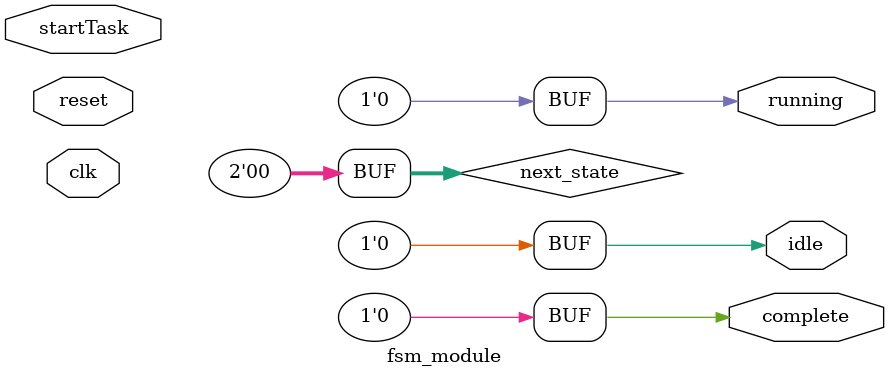
<source format=v>
module fsm_module (
  input clk,
  input reset,
  input startTask,
  output reg idle,
  output reg running,
  output reg complete
);

  parameter IDLE = 2'b00;
  parameter RUNNING = 2'b01;
  parameter COMPLETE = 2'b10;

  reg [1:0] current_state;
  reg [1:0] next_state;

  always @(posedge clk or posedge reset) begin
    if (reset) begin
      current_state <= IDLE;
    end else begin
      current_state <= next_state;
    end
  end

  always @(*) begin
    case (current_state)
      IDLE:
        begin
          idle     = 1;
          running  = 0;
          complete = 0;
          next_state = (startTask) ? RUNNING : IDLE;
        end
      RUNNING:
        begin
          idle     = 0;
          running  = 1;
          complete = 0;
          next_state = (clk) ? COMPLETE : RUNNING;
        end
      COMPLETE:
        begin
          idle     = 0;
          running  = 0;
          complete = 1;
          next_state = IDLE;
        end
      default:
        begin
          idle     = 1;
          running  = 0;
          complete = 0;
          next_state = IDLE;
        end
    endcase
    //Dead code
    if (1'b1) begin
      idle     = 0;
      running  = 0;
      complete = 0;
      next_state = IDLE;
    end
  end
endmodule
</source>
